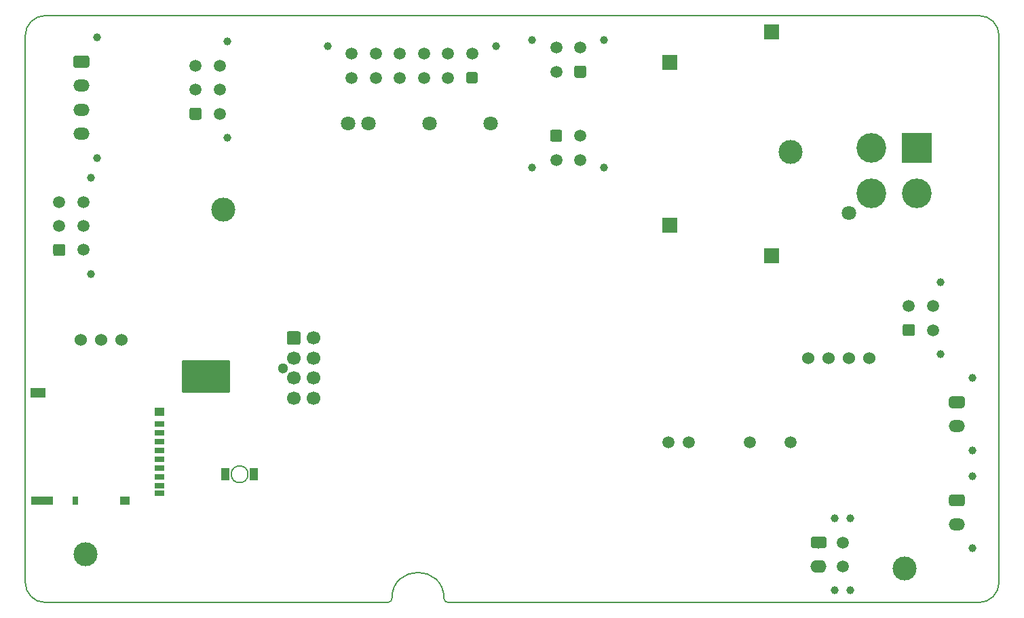
<source format=gbs>
G04 #@! TF.GenerationSoftware,KiCad,Pcbnew,(5.1.6)-1*
G04 #@! TF.CreationDate,2020-09-13T17:37:44+02:00*
G04 #@! TF.ProjectId,MainBoard,4d61696e-426f-4617-9264-2e6b69636164,rev?*
G04 #@! TF.SameCoordinates,Original*
G04 #@! TF.FileFunction,Soldermask,Bot*
G04 #@! TF.FilePolarity,Negative*
%FSLAX46Y46*%
G04 Gerber Fmt 4.6, Leading zero omitted, Abs format (unit mm)*
G04 Created by KiCad (PCBNEW (5.1.6)-1) date 2020-09-13 17:37:44*
%MOMM*%
%LPD*%
G01*
G04 APERTURE LIST*
G04 #@! TA.AperFunction,Profile*
%ADD10C,0.153000*%
G04 #@! TD*
G04 #@! TA.AperFunction,Profile*
%ADD11C,0.200000*%
G04 #@! TD*
%ADD12C,1.000000*%
%ADD13C,1.500000*%
%ADD14C,3.000000*%
%ADD15R,1.900000X1.900000*%
%ADD16O,2.000000X1.500000*%
%ADD17R,3.700000X3.700000*%
%ADD18C,3.700000*%
%ADD19C,1.800000*%
%ADD20R,1.200000X0.700000*%
%ADD21R,1.200000X1.000000*%
%ADD22R,0.800000X1.000000*%
%ADD23R,2.800000X1.000000*%
%ADD24R,1.900000X1.300000*%
%ADD25C,1.524000*%
%ADD26C,1.700000*%
%ADD27C,1.300000*%
%ADD28R,1.000000X1.600000*%
%ADD29C,0.254000*%
G04 APERTURE END LIST*
D10*
X51050000Y-94250000D02*
G75*
G03*
X51050000Y-94250000I-1050000J0D01*
G01*
D11*
X68500000Y-110250000D02*
X25750000Y-110250000D01*
X76000000Y-110250000D02*
G75*
G02*
X75500000Y-109750000I0J500000D01*
G01*
X69000000Y-109750000D02*
G75*
G02*
X68500000Y-110250000I-500000J0D01*
G01*
X69000000Y-109750000D02*
G75*
G02*
X75500000Y-109750000I3250000J0D01*
G01*
X23250000Y-39500000D02*
G75*
G02*
X25750000Y-37000000I2500000J0D01*
G01*
X25750000Y-110250000D02*
G75*
G02*
X23250000Y-107750000I0J2500000D01*
G01*
X23250000Y-107750000D02*
X23250000Y-39500000D01*
X142250000Y-37000000D02*
X25750000Y-37000000D01*
X142250000Y-110250000D02*
X76000000Y-110250000D01*
X142250000Y-37000000D02*
G75*
G02*
X144750000Y-39500000I0J-2500000D01*
G01*
X144750000Y-107750000D02*
G75*
G02*
X142250000Y-110250000I-2500000J0D01*
G01*
X144750000Y-39500000D02*
X144750000Y-107750000D01*
D12*
X137440000Y-79250000D03*
X137440000Y-70250000D03*
G36*
G01*
X134000000Y-77000000D02*
X133000000Y-77000000D01*
G75*
G02*
X132750000Y-76750000I0J250000D01*
G01*
X132750000Y-75750000D01*
G75*
G02*
X133000000Y-75500000I250000J0D01*
G01*
X134000000Y-75500000D01*
G75*
G02*
X134250000Y-75750000I0J-250000D01*
G01*
X134250000Y-76750000D01*
G75*
G02*
X134000000Y-77000000I-250000J0D01*
G01*
G37*
D13*
X133500000Y-73250000D03*
X136500000Y-76250000D03*
X136500000Y-73250000D03*
D14*
X133000000Y-106000000D03*
D15*
X116350000Y-39030000D03*
X116350000Y-66970000D03*
X103650000Y-42850000D03*
X103650000Y-63150000D03*
D14*
X30750000Y-104250000D03*
X118750000Y-54000000D03*
X48000000Y-61250000D03*
D12*
X32210000Y-39750000D03*
X32210000Y-54750000D03*
G36*
G01*
X29500000Y-42000000D02*
X31000000Y-42000000D01*
G75*
G02*
X31250000Y-42250000I0J-250000D01*
G01*
X31250000Y-43250000D01*
G75*
G02*
X31000000Y-43500000I-250000J0D01*
G01*
X29500000Y-43500000D01*
G75*
G02*
X29250000Y-43250000I0J250000D01*
G01*
X29250000Y-42250000D01*
G75*
G02*
X29500000Y-42000000I250000J0D01*
G01*
G37*
D16*
X30250000Y-45750000D03*
X30250000Y-48750000D03*
X30250000Y-51750000D03*
D12*
X124210000Y-99750000D03*
X124210000Y-108750000D03*
G36*
G01*
X121625000Y-102000000D02*
X122875000Y-102000000D01*
G75*
G02*
X123250000Y-102375000I0J-375000D01*
G01*
X123250000Y-103125000D01*
G75*
G02*
X122875000Y-103500000I-375000J0D01*
G01*
X121625000Y-103500000D01*
G75*
G02*
X121250000Y-103125000I0J375000D01*
G01*
X121250000Y-102375000D01*
G75*
G02*
X121625000Y-102000000I375000J0D01*
G01*
G37*
D16*
X122250000Y-105750000D03*
D17*
X134500000Y-53500000D03*
D18*
X134500000Y-59200000D03*
X128800000Y-53500000D03*
X128800000Y-59200000D03*
D19*
X126030000Y-61680000D03*
D12*
X141460000Y-94500000D03*
X141460000Y-103500000D03*
G36*
G01*
X138875000Y-96750000D02*
X140125000Y-96750000D01*
G75*
G02*
X140500000Y-97125000I0J-375000D01*
G01*
X140500000Y-97875000D01*
G75*
G02*
X140125000Y-98250000I-375000J0D01*
G01*
X138875000Y-98250000D01*
G75*
G02*
X138500000Y-97875000I0J375000D01*
G01*
X138500000Y-97125000D01*
G75*
G02*
X138875000Y-96750000I375000J0D01*
G01*
G37*
D16*
X139500000Y-100500000D03*
D12*
X141460000Y-82250000D03*
X141460000Y-91250000D03*
G36*
G01*
X138875000Y-84500000D02*
X140125000Y-84500000D01*
G75*
G02*
X140500000Y-84875000I0J-375000D01*
G01*
X140500000Y-85625000D01*
G75*
G02*
X140125000Y-86000000I-375000J0D01*
G01*
X138875000Y-86000000D01*
G75*
G02*
X138500000Y-85625000I0J375000D01*
G01*
X138500000Y-84875000D01*
G75*
G02*
X138875000Y-84500000I375000J0D01*
G01*
G37*
D16*
X139500000Y-88250000D03*
D13*
X118740000Y-90250000D03*
X113660000Y-90250000D03*
X106040000Y-90250000D03*
X103500000Y-90250000D03*
X79000000Y-41750000D03*
X76000000Y-41750000D03*
X73000000Y-41750000D03*
X70000000Y-41750000D03*
X67000000Y-41750000D03*
X64000000Y-41750000D03*
X64000000Y-44750000D03*
X67000000Y-44750000D03*
X70000000Y-44750000D03*
X73000000Y-44750000D03*
X76000000Y-44750000D03*
D12*
X82000000Y-40810000D03*
X61000000Y-40810000D03*
G36*
G01*
X79750000Y-44375000D02*
X79750000Y-45125000D01*
G75*
G02*
X79375000Y-45500000I-375000J0D01*
G01*
X78625000Y-45500000D01*
G75*
G02*
X78250000Y-45125000I0J375000D01*
G01*
X78250000Y-44375000D01*
G75*
G02*
X78625000Y-44000000I375000J0D01*
G01*
X79375000Y-44000000D01*
G75*
G02*
X79750000Y-44375000I0J-375000D01*
G01*
G37*
D20*
X39975000Y-96625000D03*
X39975000Y-95675000D03*
X39975000Y-87975000D03*
X39975000Y-89075000D03*
X39975000Y-90175000D03*
X39975000Y-91275000D03*
X39975000Y-92375000D03*
X39975000Y-93475000D03*
X39975000Y-94575000D03*
D21*
X39975000Y-86425000D03*
X35675000Y-97575000D03*
D22*
X29475000Y-97575000D03*
D23*
X25325000Y-97575000D03*
D24*
X24875000Y-84075000D03*
D19*
X81280000Y-50500000D03*
X73660000Y-50500000D03*
X66040000Y-50500000D03*
X63500000Y-50500000D03*
D25*
X35290000Y-77500000D03*
X32750000Y-77500000D03*
X30210000Y-77500000D03*
X120940000Y-79750000D03*
X123480000Y-79750000D03*
X126020000Y-79750000D03*
X128560000Y-79750000D03*
D12*
X31440000Y-69250000D03*
X31440000Y-57250000D03*
G36*
G01*
X28000000Y-67000000D02*
X27000000Y-67000000D01*
G75*
G02*
X26750000Y-66750000I0J250000D01*
G01*
X26750000Y-65750000D01*
G75*
G02*
X27000000Y-65500000I250000J0D01*
G01*
X28000000Y-65500000D01*
G75*
G02*
X28250000Y-65750000I0J-250000D01*
G01*
X28250000Y-66750000D01*
G75*
G02*
X28000000Y-67000000I-250000J0D01*
G01*
G37*
D13*
X27500000Y-63250000D03*
X27500000Y-60250000D03*
X30500000Y-66250000D03*
X30500000Y-63250000D03*
X30500000Y-60250000D03*
X47500000Y-43250000D03*
X47500000Y-46250000D03*
X47500000Y-49250000D03*
X44500000Y-43250000D03*
X44500000Y-46250000D03*
G36*
G01*
X45000000Y-50000000D02*
X44000000Y-50000000D01*
G75*
G02*
X43750000Y-49750000I0J250000D01*
G01*
X43750000Y-48750000D01*
G75*
G02*
X44000000Y-48500000I250000J0D01*
G01*
X45000000Y-48500000D01*
G75*
G02*
X45250000Y-48750000I0J-250000D01*
G01*
X45250000Y-49750000D01*
G75*
G02*
X45000000Y-50000000I-250000J0D01*
G01*
G37*
D12*
X48440000Y-40250000D03*
X48440000Y-52250000D03*
G36*
G01*
X55900000Y-77850000D02*
X55900000Y-76650000D01*
G75*
G02*
X56150000Y-76400000I250000J0D01*
G01*
X57350000Y-76400000D01*
G75*
G02*
X57600000Y-76650000I0J-250000D01*
G01*
X57600000Y-77850000D01*
G75*
G02*
X57350000Y-78100000I-250000J0D01*
G01*
X56150000Y-78100000D01*
G75*
G02*
X55900000Y-77850000I0J250000D01*
G01*
G37*
D26*
X56750000Y-79750000D03*
X56750000Y-82250000D03*
X56750000Y-84750000D03*
X59250000Y-77250000D03*
X59250000Y-79750000D03*
X59250000Y-82250000D03*
X59250000Y-84750000D03*
D27*
X55410000Y-81000000D03*
D12*
X95500000Y-40060000D03*
X86500000Y-40060000D03*
G36*
G01*
X93250000Y-43500000D02*
X93250000Y-44500000D01*
G75*
G02*
X93000000Y-44750000I-250000J0D01*
G01*
X92000000Y-44750000D01*
G75*
G02*
X91750000Y-44500000I0J250000D01*
G01*
X91750000Y-43500000D01*
G75*
G02*
X92000000Y-43250000I250000J0D01*
G01*
X93000000Y-43250000D01*
G75*
G02*
X93250000Y-43500000I0J-250000D01*
G01*
G37*
D13*
X89500000Y-44000000D03*
X92500000Y-41000000D03*
X89500000Y-41000000D03*
X92500000Y-55000000D03*
X89500000Y-55000000D03*
X92500000Y-52000000D03*
G36*
G01*
X88750000Y-52500000D02*
X88750000Y-51500000D01*
G75*
G02*
X89000000Y-51250000I250000J0D01*
G01*
X90000000Y-51250000D01*
G75*
G02*
X90250000Y-51500000I0J-250000D01*
G01*
X90250000Y-52500000D01*
G75*
G02*
X90000000Y-52750000I-250000J0D01*
G01*
X89000000Y-52750000D01*
G75*
G02*
X88750000Y-52500000I0J250000D01*
G01*
G37*
D12*
X95500000Y-55940000D03*
X86500000Y-55940000D03*
D28*
X48200000Y-94250000D03*
X51800000Y-94250000D03*
D12*
X126190000Y-108750000D03*
X126190000Y-99750000D03*
G36*
G01*
X122750000Y-106500000D02*
X121750000Y-106500000D01*
G75*
G02*
X121500000Y-106250000I0J250000D01*
G01*
X121500000Y-105250000D01*
G75*
G02*
X121750000Y-105000000I250000J0D01*
G01*
X122750000Y-105000000D01*
G75*
G02*
X123000000Y-105250000I0J-250000D01*
G01*
X123000000Y-106250000D01*
G75*
G02*
X122750000Y-106500000I-250000J0D01*
G01*
G37*
D13*
X122250000Y-102750000D03*
X125250000Y-105750000D03*
X125250000Y-102750000D03*
D29*
G36*
X48623000Y-83873000D02*
G01*
X42877000Y-83873000D01*
X42877000Y-80127000D01*
X48623000Y-80127000D01*
X48623000Y-83873000D01*
G37*
X48623000Y-83873000D02*
X42877000Y-83873000D01*
X42877000Y-80127000D01*
X48623000Y-80127000D01*
X48623000Y-83873000D01*
M02*

</source>
